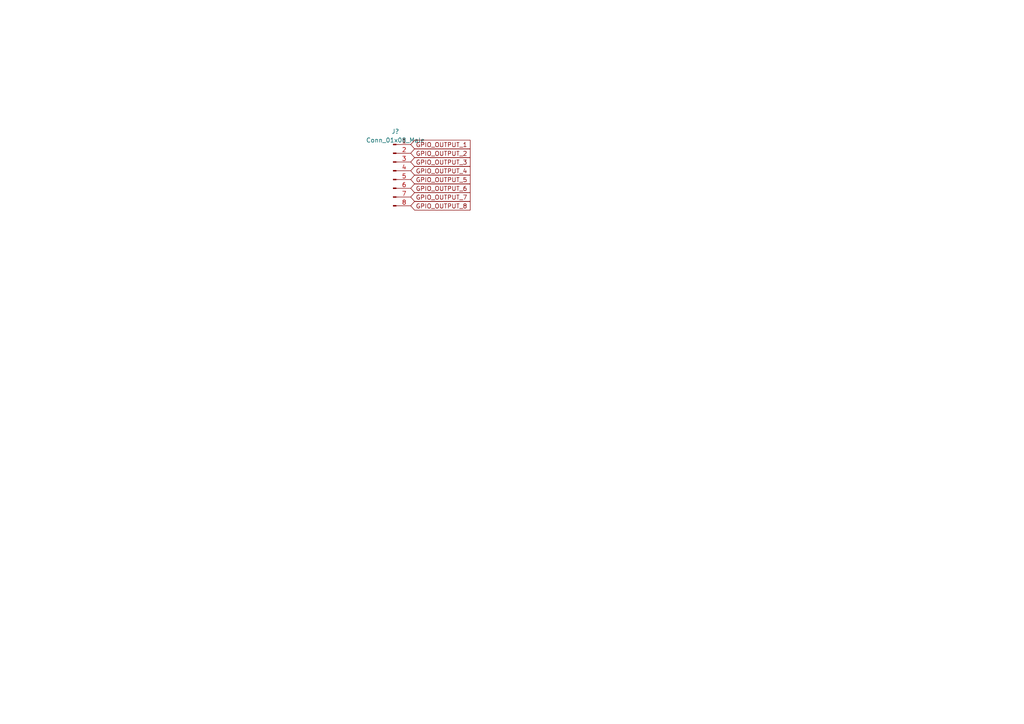
<source format=kicad_sch>
(kicad_sch (version 20211123) (generator eeschema)
  (paper "A4")
  (lib_symbols
    (symbol "Connector:Conn_01x08_Male" (pin_names (offset 1.016) hide)
      (property "Reference" "J" (at 0 10.16 0))
      (property "Value" "Conn_01x08_Male" (at 0 -12.7 0))
      (symbol "Conn_01x08_Male_1_1"
        (polyline (pts (xy 1.27 -10.16) (xy 0.8636 -10.16)) (stroke (width 0.1524)))
        (polyline (pts (xy 1.27 -7.62) (xy 0.8636 -7.62)) (stroke (width 0.1524)))
        (polyline (pts (xy 1.27 -5.08) (xy 0.8636 -5.08)) (stroke (width 0.1524)))
        (polyline (pts (xy 1.27 -2.54) (xy 0.8636 -2.54)) (stroke (width 0.1524)))
        (polyline (pts (xy 1.27 0) (xy 0.8636 0)) (stroke (width 0.1524)))
        (polyline (pts (xy 1.27 2.54) (xy 0.8636 2.54)) (stroke (width 0.1524)))
        (polyline (pts (xy 1.27 5.08) (xy 0.8636 5.08)) (stroke (width 0.1524)))
        (polyline (pts (xy 1.27 7.62) (xy 0.8636 7.62)) (stroke (width 0.1524)))
        (rectangle (start 0.8636 -10.033) (end 0 -10.287) (stroke (width 0.1524)) (fill (type outline)))
        (rectangle (start 0.8636 -7.493) (end 0 -7.747) (stroke (width 0.1524)) (fill (type outline)))
        (rectangle (start 0.8636 -4.953) (end 0 -5.207) (stroke (width 0.1524)) (fill (type outline)))
        (rectangle (start 0.8636 -2.413) (end 0 -2.667) (stroke (width 0.1524)) (fill (type outline)))
        (rectangle (start 0.8636 0.127) (end 0 -0.127) (stroke (width 0.1524)) (fill (type outline)))
        (rectangle (start 0.8636 2.667) (end 0 2.413) (stroke (width 0.1524)) (fill (type outline)))
        (rectangle (start 0.8636 5.207) (end 0 4.953) (stroke (width 0.1524)) (fill (type outline)))
        (rectangle (start 0.8636 7.747) (end 0 7.493) (stroke (width 0.1524)) (fill (type outline)))
        (pin passive line (at 5.08 7.62 180) (length 3.81) (name "Pin_1") (number "1"))
        (pin passive line (at 5.08 5.08 180) (length 3.81) (name "Pin_2") (number "2"))
        (pin passive line (at 5.08 2.54 180) (length 3.81) (name "Pin_3") (number "3"))
        (pin passive line (at 5.08 0 180) (length 3.81) (name "Pin_4") (number "4"))
        (pin passive line (at 5.08 -2.54 180) (length 3.81) (name "Pin_5") (number "5"))
        (pin passive line (at 5.08 -5.08 180) (length 3.81) (name "Pin_6") (number "6"))
        (pin passive line (at 5.08 -7.62 180) (length 3.81) (name "Pin_7") (number "7"))
        (pin passive line (at 5.08 -10.16 180) (length 3.81) (name "Pin_8") (number "8"))
      )
    )
  )
  (global_label "GPIO_OUTPUT_2" (shape input) (at 119.126 44.45 0) (property "Intersheet-verwijzingen" "${INTERSHEET_REFS}" (effects hide)))
  (global_label "GPIO_OUTPUT_7" (shape input) (at 119.126 57.15 0) (property "Intersheet-verwijzingen" "${INTERSHEET_REFS}" (effects hide)))
  (global_label "GPIO_OUTPUT_3" (shape input) (at 119.126 46.99 0) (property "Intersheet-verwijzingen" "${INTERSHEET_REFS}" (effects hide)))
  (global_label "GPIO_OUTPUT_8" (shape input) (at 119.126 59.69 0) (property "Intersheet-verwijzingen" "${INTERSHEET_REFS}" (effects hide)))
  (global_label "GPIO_OUTPUT_4" (shape input) (at 119.126 49.53 0) (property "Intersheet-verwijzingen" "${INTERSHEET_REFS}" (effects hide)))
  (global_label "GPIO_OUTPUT_1" (shape input) (at 119.126 41.91 0) (property "Intersheet-verwijzingen" "${INTERSHEET_REFS}" (effects hide)))
  (global_label "GPIO_OUTPUT_5" (shape input) (at 119.126 52.07 0) (property "Intersheet-verwijzingen" "${INTERSHEET_REFS}" (effects hide)))
  (global_label "GPIO_OUTPUT_6" (shape input) (at 119.126 54.61 0) (property "Intersheet-verwijzingen" "${INTERSHEET_REFS}" (effects hide)))
  (symbol (lib_id "Connector:Conn_01x08_Male") (at 114.046 49.53 0) (unit 1)
    (property "Reference" "J?" (at 114.681 38.134 0))
    (property "Value" "Conn_01x08_Male" (at 114.681 40.6709 0))
  )
)
</source>
